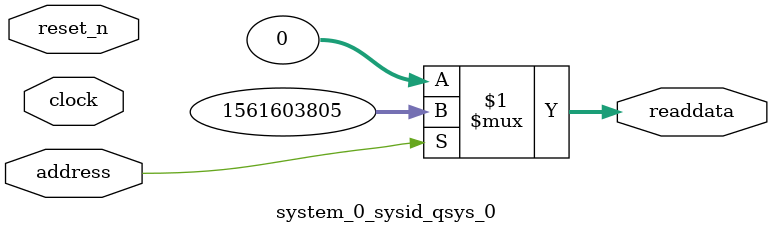
<source format=v>

`timescale 1ns / 1ps
// synthesis translate_on

// turn off superfluous verilog processor warnings 
// altera message_level Level1 
// altera message_off 10034 10035 10036 10037 10230 10240 10030 

module system_0_sysid_qsys_0 (
               // inputs:
                address,
                clock,
                reset_n,

               // outputs:
                readdata
             )
;

  output  [ 31: 0] readdata;
  input            address;
  input            clock;
  input            reset_n;

  wire    [ 31: 0] readdata;
  //control_slave, which is an e_avalon_slave
  assign readdata = address ? 1561603805 : 0;

endmodule




</source>
